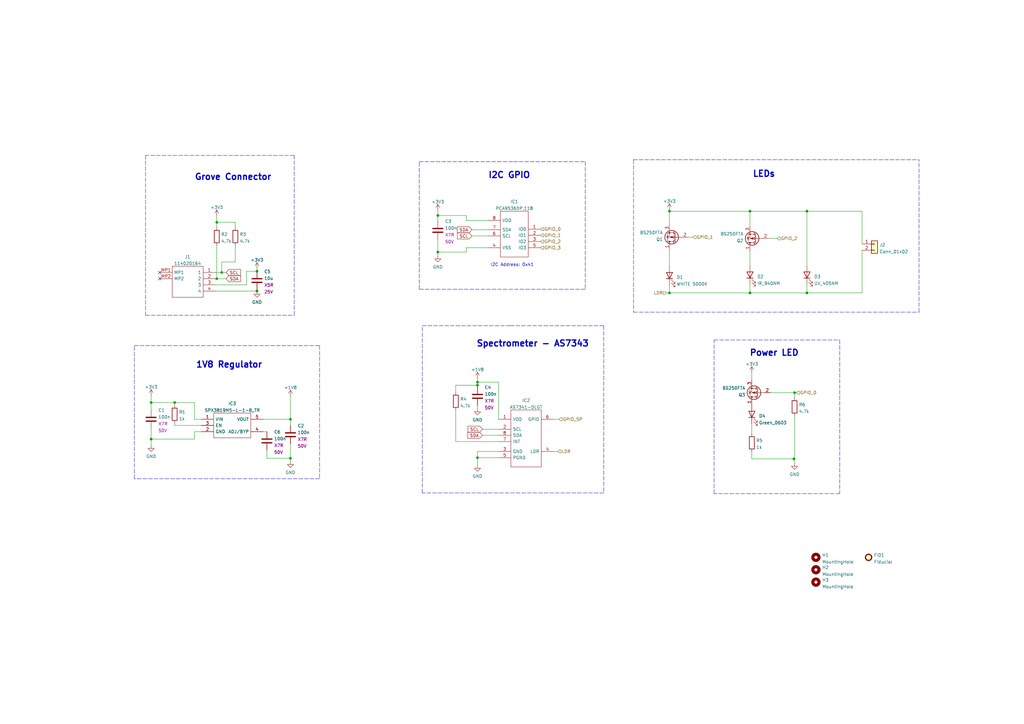
<source format=kicad_sch>
(kicad_sch (version 20211123) (generator eeschema)
  (paper "A3")
  (title_block (title "Grove Spectrometer") (date "2022-11-23") (rev "A"))
  (lib_symbols
    (symbol "Capacitor_JLC:100n" (pin_numbers hide) (pin_names (offset 0.254))
      (property "Reference" "C" (at 3.175 3.175 0))
      (property "Value" "100n" (at 3.175 1.27 0))
      (property "Type" "X7R" (at 5.08 -3.175 0))
      (property "Voltage" "50V" (at 5.08 -1.27 0))
      (symbol "100n_0_1"
        (polyline (pts (xy -2.032 -0.762) (xy 2.032 -0.762)) (stroke (width 0.508)))
        (polyline (pts (xy -2.032 0.762) (xy 2.032 0.762)) (stroke (width 0.508)))
      )
      (symbol "100n_1_1"
        (pin passive line (at 0 3.81 270) (length 2.794) (name "~") (number "1"))
        (pin passive line (at 0 -3.81 90) (length 2.794) (name "~") (number "2"))
      )
    )
    (symbol "Capacitor_JLC:10u" (pin_numbers hide) (pin_names (offset 0.254))
      (property "Reference" "C" (at 0.635 2.54 0))
      (property "Value" "10u" (at 0.635 -2.54 0))
      (property "Type" "X5R" (at 5.08 2.54 0))
      (property "Voltage" "25V" (at 5.08 0 0))
      (symbol "10u_0_1"
        (polyline (pts (xy -2.032 -0.762) (xy 2.032 -0.762)) (stroke (width 0.508)))
        (polyline (pts (xy -2.032 0.762) (xy 2.032 0.762)) (stroke (width 0.508)))
      )
      (symbol "10u_1_1"
        (pin passive line (at 0 3.81 270) (length 2.794) (name "~") (number "1"))
        (pin passive line (at 0 -3.81 90) (length 2.794) (name "~") (number "2"))
      )
    )
    (symbol "Connector_Generic:Conn_01x02" (pin_names (offset 1.016) hide)
      (property "Reference" "J" (at 0 2.54 0))
      (property "Value" "Conn_01x02" (at 0 -5.08 0))
      (symbol "Conn_01x02_1_1"
        (rectangle (start -1.27 -2.413) (end 0 -2.667) (stroke (width 0.1524)))
        (rectangle (start -1.27 0.127) (end 0 -0.127) (stroke (width 0.1524)))
        (rectangle (start -1.27 1.27) (end 1.27 -3.81) (stroke (width 0.254)) (fill (type background)))
        (pin passive line (at -5.08 0 0) (length 3.81) (name "Pin_1") (number "1"))
        (pin passive line (at -5.08 -2.54 0) (length 3.81) (name "Pin_2") (number "2"))
      )
    )
    (symbol "Connector_JLC:114020164" (pin_names (offset 0.762))
      (property "Reference" "J" (at 19.05 7.62 0))
      (property "Value" "114020164" (at 19.05 5.08 0))
      (symbol "114020164_0_0"
        (pin passive line (at 22.86 0 180) (length 5.08) (name "1") (number "1"))
        (pin passive line (at 22.86 -2.54 180) (length 5.08) (name "2") (number "2"))
        (pin passive line (at 22.86 -5.08 180) (length 5.08) (name "3") (number "3"))
        (pin passive line (at 22.86 -7.62 180) (length 5.08) (name "4") (number "4"))
        (pin passive line (at 0 0 0) (length 5.08) (name "MP1") (number "MP1"))
        (pin passive line (at 0 -2.54 0) (length 5.08) (name "MP2") (number "MP2"))
      )
      (symbol "114020164_0_1"
        (polyline (pts (xy 5.08 2.54) (xy 17.78 2.54) (xy 17.78 -10.16) (xy 5.08 -10.16) (xy 5.08 2.54)) (stroke (width 0.1524)))
      )
    )
    (symbol "Digital_JLC:PCA9536DP,118" (pin_names (offset 0.762))
      (property "Reference" "IC" (at 20.828 -7.62 0))
      (property "Value" "PCA9536DP,118" (at 20.828 -10.16 0))
      (symbol "PCA9536DP,118_0_0"
        (pin passive line (at 21.59 -3.556 180) (length 5.08) (name "IO0") (number "1"))
        (pin passive line (at 21.59 -6.096 180) (length 5.08) (name "IO1") (number "2"))
        (pin passive line (at 21.59 -8.636 180) (length 5.08) (name "IO2") (number "3"))
        (pin passive line (at 0 -11.176 0) (length 5.08) (name "VSS") (number "4"))
        (pin passive line (at 21.59 -11.176 180) (length 5.08) (name "IO3") (number "5"))
        (pin passive line (at 0 -6.35 0) (length 5.08) (name "SCL") (number "6"))
        (pin passive line (at 0 -3.81 0) (length 5.08) (name "SDA") (number "7"))
        (pin passive line (at 0 0 0) (length 5.08) (name "VDD") (number "8"))
      )
      (symbol "PCA9536DP,118_0_1"
        (rectangle (start 5.08 3.81) (end 16.51 -14.986) (stroke (width 0.1524)))
      )
    )
    (symbol "Diode_JLC:Green_0603" (pin_numbers hide) (pin_names (offset 1.016) hide)
      (property "Reference" "D" (at 0 5.08 0))
      (property "Value" "Green_0603" (at 0 3.175 0))
      (symbol "Green_0603_0_1"
        (polyline (pts (xy -1.27 -1.27) (xy -1.27 1.27)) (stroke (width 0.254)))
        (polyline (pts (xy -1.27 0) (xy 1.27 0)))
        (polyline (pts (xy 1.27 -1.27) (xy 1.27 1.27) (xy -1.27 0) (xy 1.27 -1.27)) (stroke (width 0.254)))
        (polyline (pts (xy -3.048 -0.762) (xy -4.572 -2.286) (xy -3.81 -2.286) (xy -4.572 -2.286) (xy -4.572 -1.524)))
        (polyline (pts (xy -1.778 -0.762) (xy -3.302 -2.286) (xy -2.54 -2.286) (xy -3.302 -2.286) (xy -3.302 -1.524)))
      )
      (symbol "Green_0603_1_1"
        (pin passive line (at -3.81 0 0) (length 2.54) (name "K") (number "1"))
        (pin passive line (at 3.81 0 180) (length 2.54) (name "A") (number "2"))
      )
    )
    (symbol "Mechanical:Fiducial"
      (property "Reference" "FID" (at 0 5.08 0))
      (property "Value" "Fiducial" (at 0 3.175 0))
      (symbol "Fiducial_0_1"
        (circle (center 0 0) (radius 1.27) (stroke (width 0.508)) (fill (type background)))
      )
    )
    (symbol "Mechanical:MountingHole" (pin_names (offset 1.016))
      (property "Reference" "H" (at 0 5.08 0))
      (property "Value" "MountingHole" (at 0 3.175 0))
      (symbol "MountingHole_0_1"
        (circle (center 0 0) (radius 1.27) (stroke (width 1.27)))
      )
    )
    (symbol "Power-Drivers_JLC:SPX3819M5-L-1-8_TR" (pin_names (offset 0.762))
      (property "Reference" "IC" (at 10.668 6.35 0))
      (property "Value" "SPX3819M5-L-1-8_TR" (at 10.668 3.81 0))
      (symbol "SPX3819M5-L-1-8_TR_0_0"
        (pin power_in line (at 5.334 0 0) (length 5.08) (name "VIN") (number "1"))
        (pin power_in line (at 5.334 -5.08 0) (length 5.08) (name "GND") (number "2"))
        (pin input line (at 5.334 -2.54 0) (length 5.08) (name "EN") (number "3"))
        (pin input line (at 30.734 -5.08 180) (length 5.08) (name "ADJ/BYP") (number "4"))
        (pin output line (at 30.734 0 180) (length 5.08) (name "VOUT") (number "5"))
      )
      (symbol "SPX3819M5-L-1-8_TR_0_1"
        (polyline (pts (xy 10.414 2.54) (xy 25.654 2.54) (xy 25.654 -7.62) (xy 10.414 -7.62) (xy 10.414 2.54)) (stroke (width 0.1524)))
      )
    )
    (symbol "Resistor_JLC:1k" (pin_numbers hide) (pin_names (offset 0))
      (property "Reference" "R" (at 2.032 0 90))
      (property "Value" "1k" (at 0 0 90))
      (symbol "1k_0_1"
        (rectangle (start -1.016 -2.54) (end 1.016 2.54) (stroke (width 0.254)))
      )
      (symbol "1k_1_1"
        (pin passive line (at 0 3.81 270) (length 1.27) (name "~") (number "1"))
        (pin passive line (at 0 -3.81 90) (length 1.27) (name "~") (number "2"))
      )
    )
    (symbol "Resistor_JLC:4.7k" (pin_numbers hide) (pin_names (offset 0))
      (property "Reference" "R" (at 2.032 0 90))
      (property "Value" "4.7k" (at 0 0 90))
      (symbol "4.7k_0_1"
        (rectangle (start -1.016 -2.54) (end 1.016 2.54) (stroke (width 0.254)))
      )
      (symbol "4.7k_1_1"
        (pin passive line (at 0 3.81 270) (length 1.27) (name "~") (number "1"))
        (pin passive line (at 0 -3.81 90) (length 1.27) (name "~") (number "2"))
      )
    )
    (symbol "Sensors_JLC:AS7341-DLGT" (pin_names (offset 0.762))
      (property "Reference" "IC" (at 24.13 7.62 0))
      (property "Value" "AS7341-DLGT" (at 24.13 5.08 0))
      (symbol "AS7341-DLGT_0_0"
        (pin passive line (at 0 0 0) (length 5.08) (name "VDD") (number "1"))
        (pin passive line (at 0 -4.064 0) (length 5.08) (name "SCL") (number "2"))
        (pin passive line (at 0 -13.208 0) (length 5.08) (name "GND") (number "3"))
        (pin passive line (at 22.606 -13.208 180) (length 5.08) (name "LDR") (number "4"))
        (pin passive line (at 0 -15.748 0) (length 5.08) (name "PGND") (number "5"))
        (pin passive line (at 22.606 0 180) (length 5.08) (name "GPIO") (number "6"))
        (pin passive line (at 0 -9.144 0) (length 5.08) (name "INT") (number "7"))
        (pin passive line (at 0 -6.604 0) (length 5.08) (name "SDA") (number "8"))
      )
      (symbol "AS7341-DLGT_0_1"
        (rectangle (start 5.08 3.81) (end 17.526 -19.558) (stroke (width 0.1524)))
      )
    )
    (symbol "Transistor_JLC:BS250FTA" (pin_names (offset 0) hide)
      (property "Reference" "Q" (at 5.08 1.27 0))
      (property "Value" "BS250FTA" (at 5.08 -1.27 0))
      (symbol "BS250FTA_0_1"
        (polyline (pts (xy 0.254 0) (xy -2.54 0)))
        (polyline (pts (xy 0.254 1.905) (xy 0.254 -1.905)) (stroke (width 0.254)))
        (polyline (pts (xy 0.762 -1.27) (xy 0.762 -2.286)) (stroke (width 0.254)))
        (polyline (pts (xy 0.762 0.508) (xy 0.762 -0.508)) (stroke (width 0.254)))
        (polyline (pts (xy 0.762 2.286) (xy 0.762 1.27)) (stroke (width 0.254)))
        (polyline (pts (xy 2.54 2.54) (xy 2.54 1.778)))
        (polyline (pts (xy 2.54 -2.54) (xy 2.54 0) (xy 0.762 0)))
        (polyline (pts (xy 0.762 1.778) (xy 3.302 1.778) (xy 3.302 -1.778) (xy 0.762 -1.778)))
        (polyline (pts (xy 2.286 0) (xy 1.27 0.381) (xy 1.27 -0.381) (xy 2.286 0)) (fill (type outline)))
        (polyline (pts (xy 2.794 -0.508) (xy 2.921 -0.381) (xy 3.683 -0.381) (xy 3.81 -0.254)))
        (polyline (pts (xy 3.302 -0.381) (xy 2.921 0.254) (xy 3.683 0.254) (xy 3.302 -0.381)))
        (circle (center 1.651 0) (radius 2.794) (stroke (width 0.254)))
        (circle (center 2.54 -1.778) (radius 0.254) (fill (type outline)))
        (circle (center 2.54 1.778) (radius 0.254) (fill (type outline)))
      )
      (symbol "BS250FTA_1_1"
        (pin passive line (at 2.54 5.08 270) (length 2.54) (name "D") (number "1"))
        (pin input line (at -5.08 0 0) (length 2.54) (name "G") (number "2"))
        (pin passive line (at 2.54 -5.08 90) (length 2.54) (name "S") (number "3"))
      )
    )
    (symbol "personal:EMITTER_IR_940NM_100MA_2-PLCC" (pin_numbers hide) (pin_names (offset 1.016) hide)
      (property "Reference" "D" (at 0 2.54 0))
      (property "Value" "EMITTER_IR_940NM_100MA_2-PLCC" (at 0 -3.81 0))
      (symbol "EMITTER_IR_940NM_100MA_2-PLCC_0_1"
        (polyline (pts (xy -1.27 -1.27) (xy -1.27 1.27)) (stroke (width 0.254)))
        (polyline (pts (xy -1.27 0) (xy 1.27 0)))
        (polyline (pts (xy 1.27 -1.27) (xy 1.27 1.27) (xy -1.27 0) (xy 1.27 -1.27)) (stroke (width 0.254)))
        (polyline (pts (xy -3.048 -0.762) (xy -4.572 -2.286) (xy -3.81 -2.286) (xy -4.572 -2.286) (xy -4.572 -1.524)))
        (polyline (pts (xy -1.778 -0.762) (xy -3.302 -2.286) (xy -2.54 -2.286) (xy -3.302 -2.286) (xy -3.302 -1.524)))
      )
      (symbol "EMITTER_IR_940NM_100MA_2-PLCC_1_1"
        (pin passive line (at -3.81 0 0) (length 2.54) (name "K") (number "1"))
        (pin passive line (at 3.81 0 180) (length 2.54) (name "A") (number "2"))
      )
    )
    (symbol "personal:EMITTER_UV_405NM_30MA_PLCC" (pin_numbers hide) (pin_names (offset 1.016) hide)
      (property "Reference" "D" (at 0 2.54 0))
      (property "Value" "EMITTER_UV_405NM_30MA_PLCC" (at 0 -3.81 0))
      (symbol "EMITTER_UV_405NM_30MA_PLCC_0_1"
        (polyline (pts (xy -1.27 -1.27) (xy -1.27 1.27)) (stroke (width 0.254)))
        (polyline (pts (xy -1.27 0) (xy 1.27 0)))
        (polyline (pts (xy 1.27 -1.27) (xy 1.27 1.27) (xy -1.27 0) (xy 1.27 -1.27)) (stroke (width 0.254)))
        (polyline (pts (xy -3.048 -0.762) (xy -4.572 -2.286) (xy -3.81 -2.286) (xy -4.572 -2.286) (xy -4.572 -1.524)))
        (polyline (pts (xy -1.778 -0.762) (xy -3.302 -2.286) (xy -2.54 -2.286) (xy -3.302 -2.286) (xy -3.302 -1.524)))
      )
      (symbol "EMITTER_UV_405NM_30MA_PLCC_1_1"
        (pin passive line (at -3.81 0 0) (length 2.54) (name "K") (number "1"))
        (pin passive line (at 3.81 0 180) (length 2.54) (name "A") (number "2"))
      )
    )
    (symbol "personal:LED LUXEON COOL WHITE 5000K 2SMD" (pin_numbers hide) (pin_names (offset 1.016) hide)
      (property "Reference" "D" (at 0 2.54 0))
      (property "Value" "LED LUXEON COOL WHITE 5000K 2SMD" (at 0 -3.81 0))
      (symbol "LED LUXEON COOL WHITE 5000K 2SMD_0_1"
        (polyline (pts (xy -1.27 -1.27) (xy -1.27 1.27)) (stroke (width 0.254)))
        (polyline (pts (xy -1.27 0) (xy 1.27 0)))
        (polyline (pts (xy 1.27 -1.27) (xy 1.27 1.27) (xy -1.27 0) (xy 1.27 -1.27)) (stroke (width 0.254)))
        (polyline (pts (xy -3.048 -0.762) (xy -4.572 -2.286) (xy -3.81 -2.286) (xy -4.572 -2.286) (xy -4.572 -1.524)))
        (polyline (pts (xy -1.778 -0.762) (xy -3.302 -2.286) (xy -2.54 -2.286) (xy -3.302 -2.286) (xy -3.302 -1.524)))
      )
      (symbol "LED LUXEON COOL WHITE 5000K 2SMD_1_1"
        (pin passive line (at -3.81 0 0) (length 2.54) (name "K") (number "1"))
        (pin passive line (at 3.81 0 180) (length 2.54) (name "A") (number "2"))
      )
    )
    (symbol "power:+1V8" (power) (pin_names (offset 0))
      (property "Value" "+1V8" (at 0 3.556 0))
      (symbol "+1V8_0_1"
        (polyline (pts (xy -0.762 1.27) (xy 0 2.54)))
        (polyline (pts (xy 0 0) (xy 0 2.54)))
        (polyline (pts (xy 0 2.54) (xy 0.762 1.27)))
      )
      (symbol "+1V8_1_1"
        (pin power_in line (at 0 0 90) (length 0) hide (name "+1V8") (number "1"))
      )
    )
    (symbol "power:+3V3" (power) (pin_names (offset 0))
      (property "Value" "+3V3" (at 0 3.556 0))
      (symbol "+3V3_0_1"
        (polyline (pts (xy -0.762 1.27) (xy 0 2.54)))
        (polyline (pts (xy 0 0) (xy 0 2.54)))
        (polyline (pts (xy 0 2.54) (xy 0.762 1.27)))
      )
      (symbol "+3V3_1_1"
        (pin power_in line (at 0 0 90) (length 0) hide (name "+3V3") (number "1"))
      )
    )
    (symbol "power:GND" (power) (pin_names (offset 0))
      (property "Value" "GND" (at 0 -3.81 0))
      (symbol "GND_0_1"
        (polyline (pts (xy 0 0) (xy 0 -1.27) (xy 1.27 -1.27) (xy 0 -2.54) (xy -1.27 -1.27) (xy 0 -1.27)))
      )
      (symbol "GND_1_1"
        (pin power_in line (at 0 0 270) (length 0) hide (name "GND") (number "1"))
      )
    )
  )
  (junction (at 330.962 120.142))
  (junction (at 307.594 86.614))
  (junction (at 330.962 86.614))
  (junction (at 105.41 119.38))
  (junction (at 195.834 157.988))
  (junction (at 179.578 103.378))
  (junction (at 90.932 111.76))
  (junction (at 61.976 165.1))
  (junction (at 179.578 88.392))
  (junction (at 61.976 180.086))
  (junction (at 195.834 156.718))
  (junction (at 274.574 86.614))
  (junction (at 307.594 120.142))
  (junction (at 325.882 161.036))
  (junction (at 105.41 111.252))
  (junction (at 119.126 171.958))
  (junction (at 71.628 165.1))
  (junction (at 88.9 114.3))
  (junction (at 325.628 188.214))
  (junction (at 88.9 91.186))
  (junction (at 195.834 187.706))
  (junction (at 119.126 187.96))
  (junction (at 274.574 120.142))
  (no_connect (at 65.532 114.3))
  (no_connect (at 65.532 111.76))
  (polyline (pts (xy 210.566 66.294) (xy 240.03 66.294)))
  (polyline (pts (xy 88.392 129.286) (xy 120.65 129.286)))
  (wire (pts (xy 179.578 103.378) (xy 179.578 98.298)))
  (wire (pts (xy 61.976 165.1) (xy 61.976 168.148)))
  (wire (pts (xy 274.574 86.614) (xy 307.594 86.614)))
  (wire (pts (xy 204.47 187.706) (xy 195.834 187.706)))
  (polyline (pts (xy 259.842 65.532) (xy 259.842 128.016)))
  (polyline (pts (xy 131.064 141.732) (xy 131.064 196.342)))
  (wire (pts (xy 186.944 168.402) (xy 186.944 181.102)))
  (wire (pts (xy 282.194 97.282) (xy 284.226 97.282)))
  (wire (pts (xy 179.578 88.392) (xy 179.578 90.678)))
  (wire (pts (xy 109.474 187.96) (xy 119.126 187.96)))
  (polyline (pts (xy 292.862 202.438) (xy 292.862 139.446)))
  (wire (pts (xy 96.52 107.442) (xy 90.932 107.442)))
  (wire (pts (xy 193.548 96.774) (xy 200.152 96.774)))
  (wire (pts (xy 119.126 182.118) (xy 119.126 187.96)))
  (wire (pts (xy 325.882 187.96) (xy 325.628 187.96)))
  (wire (pts (xy 71.628 174.498) (xy 71.628 173.736)))
  (wire (pts (xy 307.594 120.142) (xy 330.962 120.142)))
  (wire (pts (xy 71.628 165.1) (xy 71.628 166.116)))
  (wire (pts (xy 195.834 166.37) (xy 195.834 167.64)))
  (wire (pts (xy 61.976 162.306) (xy 61.976 165.1)))
  (polyline (pts (xy 376.936 128.016) (xy 376.936 65.532)))
  (wire (pts (xy 119.126 187.96) (xy 119.126 189.23)))
  (wire (pts (xy 307.594 86.614) (xy 330.962 86.614)))
  (polyline (pts (xy 344.424 139.446) (xy 344.424 202.438)))
  (wire (pts (xy 325.882 161.036) (xy 325.882 163.068)))
  (polyline (pts (xy 120.65 63.754) (xy 59.69 63.754)))
  (polyline (pts (xy 59.69 63.754) (xy 59.69 129.286)))
  (wire (pts (xy 90.932 111.76) (xy 92.71 111.76)))
  (wire (pts (xy 325.882 188.214) (xy 325.882 189.992)))
  (wire (pts (xy 325.882 161.036) (xy 326.644 161.036)))
  (wire (pts (xy 227.076 171.958) (xy 229.362 171.958)))
  (polyline (pts (xy 247.65 133.604) (xy 247.65 202.184)))
  (wire (pts (xy 101.092 111.252) (xy 105.41 111.252)))
  (wire (pts (xy 119.126 162.56) (xy 119.126 171.958)))
  (wire (pts (xy 179.578 86.36) (xy 179.578 88.392)))
  (polyline (pts (xy 319.024 139.446) (xy 344.424 139.446)))
  (wire (pts (xy 88.9 114.3) (xy 92.71 114.3)))
  (wire (pts (xy 61.976 165.1) (xy 71.628 165.1)))
  (wire (pts (xy 315.976 161.036) (xy 325.882 161.036)))
  (wire (pts (xy 353.568 100.076) (xy 353.568 86.614)))
  (wire (pts (xy 88.9 88.646) (xy 88.9 91.186)))
  (wire (pts (xy 82.55 177.038) (xy 79.756 177.038)))
  (polyline (pts (xy 55.118 141.732) (xy 90.678 141.732)))
  (wire (pts (xy 71.628 165.1) (xy 79.756 165.1)))
  (wire (pts (xy 88.9 91.186) (xy 96.52 91.186)))
  (wire (pts (xy 186.944 157.988) (xy 195.834 157.988)))
  (wire (pts (xy 195.834 155.194) (xy 195.834 156.718)))
  (wire (pts (xy 88.9 91.186) (xy 88.9 93.218)))
  (wire (pts (xy 88.392 116.84) (xy 101.092 116.84)))
  (polyline (pts (xy 209.296 133.604) (xy 247.65 133.604)))
  (wire (pts (xy 204.47 181.102) (xy 186.944 181.102)))
  (wire (pts (xy 88.9 100.838) (xy 88.9 114.3)))
  (wire (pts (xy 330.962 120.142) (xy 353.568 120.142)))
  (wire (pts (xy 308.356 185.42) (xy 308.356 188.214)))
  (polyline (pts (xy 173.228 202.184) (xy 173.228 133.604)))
  (wire (pts (xy 191.262 90.424) (xy 191.262 88.392)))
  (wire (pts (xy 353.568 102.616) (xy 353.568 120.142)))
  (wire (pts (xy 330.962 108.966) (xy 330.962 86.614)))
  (wire (pts (xy 96.52 100.838) (xy 96.52 107.442)))
  (wire (pts (xy 179.578 103.378) (xy 179.578 104.902)))
  (wire (pts (xy 195.834 156.718) (xy 195.834 157.988)))
  (polyline (pts (xy 131.064 196.342) (xy 55.118 196.342)))
  (wire (pts (xy 101.092 116.84) (xy 101.092 111.252)))
  (wire (pts (xy 96.52 91.186) (xy 96.52 93.218)))
  (wire (pts (xy 109.474 184.658) (xy 109.474 187.96)))
  (wire (pts (xy 61.976 180.086) (xy 61.976 182.626)))
  (wire (pts (xy 82.55 174.498) (xy 71.628 174.498)))
  (polyline (pts (xy 259.842 65.532) (xy 376.936 65.532)))
  (wire (pts (xy 200.152 101.6) (xy 191.262 101.6)))
  (wire (pts (xy 107.95 171.958) (xy 119.126 171.958)))
  (wire (pts (xy 79.756 177.038) (xy 79.756 180.086)))
  (wire (pts (xy 191.262 101.6) (xy 191.262 103.378)))
  (wire (pts (xy 325.628 187.96) (xy 325.628 188.214)))
  (wire (pts (xy 88.392 119.38) (xy 105.41 119.38)))
  (wire (pts (xy 197.866 178.562) (xy 204.47 178.562)))
  (wire (pts (xy 191.262 103.378) (xy 179.578 103.378)))
  (wire (pts (xy 274.574 116.84) (xy 274.574 120.142)))
  (wire (pts (xy 200.152 90.424) (xy 191.262 90.424)))
  (wire (pts (xy 119.126 174.498) (xy 119.126 171.958)))
  (polyline (pts (xy 90.424 141.732) (xy 131.064 141.732)))
  (polyline (pts (xy 292.862 139.446) (xy 319.024 139.446)))
  (wire (pts (xy 330.962 116.586) (xy 330.962 120.142)))
  (wire (pts (xy 227.076 185.166) (xy 228.854 185.166)))
  (wire (pts (xy 105.41 118.872) (xy 105.41 119.38)))
  (wire (pts (xy 195.834 185.166) (xy 195.834 187.706)))
  (wire (pts (xy 195.834 157.988) (xy 195.834 158.75)))
  (wire (pts (xy 307.594 102.87) (xy 307.594 108.966)))
  (polyline (pts (xy 55.118 196.342) (xy 55.118 141.732)))
  (wire (pts (xy 79.756 171.958) (xy 79.756 165.1)))
  (wire (pts (xy 191.262 88.392) (xy 179.578 88.392)))
  (wire (pts (xy 308.356 188.214) (xy 325.628 188.214)))
  (polyline (pts (xy 173.228 133.604) (xy 209.55 133.604)))
  (wire (pts (xy 308.356 152.908) (xy 308.356 155.956)))
  (wire (pts (xy 307.594 116.586) (xy 307.594 120.142)))
  (polyline (pts (xy 344.424 202.438) (xy 292.862 202.438)))
  (wire (pts (xy 204.47 185.166) (xy 195.834 185.166)))
  (wire (pts (xy 186.944 160.782) (xy 186.944 157.988)))
  (wire (pts (xy 61.976 180.086) (xy 79.756 180.086)))
  (wire (pts (xy 274.574 102.362) (xy 274.574 109.22)))
  (wire (pts (xy 193.548 94.234) (xy 200.152 94.234)))
  (wire (pts (xy 274.574 86.614) (xy 274.574 92.202)))
  (polyline (pts (xy 247.65 202.184) (xy 173.228 202.184)))
  (polyline (pts (xy 240.03 66.294) (xy 240.03 118.618)))
  (wire (pts (xy 325.882 170.688) (xy 325.882 187.96)))
  (wire (pts (xy 82.55 171.958) (xy 79.756 171.958)))
  (wire (pts (xy 90.932 107.442) (xy 90.932 111.76)))
  (wire (pts (xy 204.47 156.718) (xy 204.47 171.958)))
  (wire (pts (xy 330.962 86.614) (xy 353.568 86.614)))
  (wire (pts (xy 307.594 86.614) (xy 307.594 92.71)))
  (wire (pts (xy 61.976 175.768) (xy 61.976 180.086)))
  (wire (pts (xy 274.574 86.106) (xy 274.574 86.614)))
  (wire (pts (xy 273.304 120.142) (xy 274.574 120.142)))
  (polyline (pts (xy 59.69 129.286) (xy 88.392 129.286)))
  (polyline (pts (xy 259.842 128.016) (xy 376.936 128.016)))
  (polyline (pts (xy 120.65 129.286) (xy 120.65 63.754)))
  (wire (pts (xy 107.95 177.038) (xy 109.474 177.038)))
  (wire (pts (xy 195.834 156.718) (xy 204.47 156.718)))
  (wire (pts (xy 315.214 97.79) (xy 318.77 97.79)))
  (wire (pts (xy 197.866 176.022) (xy 204.47 176.022)))
  (wire (pts (xy 88.392 114.3) (xy 88.9 114.3)))
  (polyline (pts (xy 171.958 118.618) (xy 171.958 66.294)))
  (wire (pts (xy 274.574 120.142) (xy 307.594 120.142)))
  (polyline (pts (xy 240.03 118.618) (xy 171.958 118.618)))
  (wire (pts (xy 195.834 187.706) (xy 195.834 190.754)))
  (polyline (pts (xy 171.958 66.294) (xy 210.82 66.294)))
  (wire (pts (xy 308.356 173.736) (xy 308.356 177.8)))
  (wire (pts (xy 325.628 188.214) (xy 325.882 188.214)))
  (wire (pts (xy 105.41 110.236) (xy 105.41 111.252)))
  (wire (pts (xy 88.392 111.76) (xy 90.932 111.76)))
  (text "1V8 Regulator" (at 80.264 151.13 0) (effects (font (size 2.5 2.5) (thickness 0.5) bold) (justify left bottom)))
  (text "I2C GPIO" (at 200.152 73.406 0) (effects (font (size 2.5 2.5) (thickness 0.5) bold) (justify left bottom)))
  (text "Spectrometer - AS7343" (at 195.326 142.494 0) (effects (font (size 2.5 2.5) (thickness 0.5) bold) (justify left bottom)))
  (text "I2C Address: 0x41" (at 201.168 109.474 0) (effects (font (size 1.27 1.27)) (justify left bottom)))
  (text "Power LED" (at 307.34 146.304 0) (effects (font (size 2.5 2.5) (thickness 0.5) bold) (justify left bottom)))
  (text "Grove Connector" (at 79.756 74.168 0) (effects (font (size 2.5 2.5) (thickness 0.5) bold) (justify left bottom)))
  (text "LEDs" (at 308.61 72.898 0) (effects (font (size 2.5 2.5) (thickness 0.5) bold) (justify left bottom)))
  (global_label "SDA" (shape input) (at 92.71 114.3 0) (property "Intersheet References" "${INTERSHEET_REFS}" (effects hide)))
  (global_label "SCL" (shape input) (at 193.548 96.774 180) (property "Intersheet References" "${INTERSHEET_REFS}" (effects hide)))
  (global_label "SCL" (shape input) (at 197.866 176.022 180) (property "Intersheet References" "${INTERSHEET_REFS}" (effects hide)))
  (global_label "SCL" (shape input) (at 92.71 111.76 0) (property "Intersheet References" "${INTERSHEET_REFS}" (effects hide)))
  (global_label "SDA" (shape input) (at 197.866 178.562 180) (property "Intersheet References" "${INTERSHEET_REFS}" (effects hide)))
  (global_label "SDA" (shape input) (at 193.548 94.234 180) (property "Intersheet References" "${INTERSHEET_REFS}" (effects hide)))
  (hierarchical_label "GPIO_2" (shape input) (at 221.742 99.06 0))
  (hierarchical_label "GPIO_2" (shape input) (at 318.77 97.79 0))
  (hierarchical_label "GPIO_SP" (shape input) (at 229.362 171.958 0))
  (hierarchical_label "GPIO_3" (shape input) (at 221.742 101.6 0))
  (hierarchical_label "GPIO_0" (shape input) (at 221.742 93.98 0))
  (hierarchical_label "LDR" (shape input) (at 273.304 120.142 180))
  (hierarchical_label "LDR" (shape input) (at 228.854 185.166 0))
  (hierarchical_label "GPIO_0" (shape input) (at 326.644 161.036 0))
  (hierarchical_label "GPIO_1" (shape input) (at 221.742 96.52 0))
  (hierarchical_label "GPIO_1" (shape input) (at 284.226 97.282 0))
  (symbol (lib_id "Power-Drivers_JLC:SPX3819M5-L-1-8_TR") (at 77.216 171.958 0) (unit 1)
    (property "Reference" "IC3" (at 95.25 165.5023 0))
    (property "Value" "SPX3819M5-L-1-8_TR" (at 95.25 168.2774 0))
    (property "Footprint" "SOT95P280X145-5N" (effects hide))
    (property "Datasheet" "https://ms.componentsearchengine.com/Datasheets/2/SPX3819M5-L-1-8_TR.pdf" (effects hide))
    (property "Description" "MAX LINEAR - SPX3819M5-L-1-8/TR - Fixed LDO Voltage Regulator, 2.5V to 16V, 340mV drop, 1.8V/500mA out, SOT-23-5" (effects hide))
    (property "Height" "1.45" (effects hide))
    (property "Manufacturer_Name" "MaxLinear, Inc." (effects hide))
    (property "Manufacturer_Part_Number" "SPX3819M5-L-1-8/TR" (effects hide))
    (property "Mouser Part Number" "701-SPX3819M5-L-18TR" (effects hide))
    (property "Mouser Price/Stock" "https://www.mouser.co.uk/ProductDetail/MaxLinear/SPX3819M5-L-1-8-TR?qs=S%2FCBhQS5rCpfutlZ3lVq4g%3D%3D" (effects hide))
    (property "Arrow Part Number" "SPX3819M5-L-1-8/TR" (effects hide))
    (property "Arrow Price/Stock" "https://www.arrow.com/en/products/spx3819m5-l-1-8tr/maxlinear-inc?region=nac" (effects hide))
    (property "LCSC" "C24639" (effects hide))
  )
  (symbol (lib_id "Capacitor_JLC:100n") (at 119.126 178.308 0) (unit 1)
    (property "Reference" "C2" (at 122.047 174.6244 0) (effects (justify left)))
    (property "Value" "100n" (at 122.047 177.3995 0) (effects (justify left)))
    (property "Footprint" "Capacitor_SMD:C_0402_1005Metric" (effects hide))
    (property "Type" "X7R" (at 122.047 180.1746 0) (effects (justify left)))
    (property "LCSC" "C307331" (effects hide))
    (property "Voltage" "50V" (at 122.047 182.9497 0) (effects (justify left)))
  )
  (symbol (lib_id "power:GND") (at 179.578 104.902 0) (unit 1)
    (property "Reference" "#PWR0102" (effects hide))
    (property "Value" "GND" (at 179.578 109.4645 0))
  )
  (symbol (lib_id "power:+3V3") (at 308.356 152.908 0) (unit 1)
    (property "Reference" "#PWR0115" (effects hide))
    (property "Value" "+3V3" (at 308.356 149.3035 0))
  )
  (symbol (lib_id "Connector_JLC:114020164") (at 65.532 111.76 0) (unit 1)
    (property "Reference" "J1" (at 76.962 105.3043 0))
    (property "Value" "114020164" (at 76.962 108.0794 0))
    (property "Footprint" "114020164" (effects hide))
    (property "Datasheet" "https://files.seeedstudio.com/products/114020164/res/Grove%20Female%20Header%20-%20SMD-4P-2.0mm-90D%20Datasheet.pdf" (effects hide))
    (property "Description" "Seeed Studio Accessories Grove Female Header - SMD-4P-2.0mm-90D-20Pcs" (effects hide))
    (property "Height" "5.45" (effects hide))
    (property "Manufacturer_Name" "Seeed Studio" (effects hide))
    (property "Manufacturer_Part_Number" "320110032" (effects hide))
    (property "Mouser Part Number" "713-114020164" (effects hide))
    (property "Mouser Price/Stock" "https://www.mouser.co.uk/ProductDetail/Seeed-Studio/114020164?qs=7MVldsJ5Uayw%2FOfizq4F8w%3D%3D" (effects hide))
    (property "LCSC" "C604849" (effects hide))
  )
  (symbol (lib_id "personal:LED LUXEON COOL WHITE 5000K 2SMD") (at 274.574 113.03 90) (unit 1)
    (property "Reference" "D1" (at 277.495 113.709 90) (effects (justify right)))
    (property "Value" "WHITE 5000K" (at 277.495 116.4841 90) (effects (justify right)))
    (property "Footprint" "LED_SMD:LED_1206_3216Metric" (effects hide))
    (property "Manufacturer_Part_Number" "L130-5090001400001" (effects hide))
  )
  (symbol (lib_id "Mechanical:MountingHole") (at 334.645 238.76 0) (unit 1)
    (property "Reference" "H3" (at 337.185 237.8515 0) (effects (justify left)))
    (property "Value" "MountingHole" (at 337.185 240.6266 0) (effects (justify left)))
    (property "Footprint" "MountingHole:MountingHole_2.2mm_M2" (effects hide))
  )
  (symbol (lib_id "Capacitor_JLC:100n") (at 179.578 94.488 0) (unit 1)
    (property "Reference" "C3" (at 182.499 90.8044 0) (effects (justify left)))
    (property "Value" "100n" (at 182.499 93.5795 0) (effects (justify left)))
    (property "Footprint" "Capacitor_SMD:C_0402_1005Metric" (effects hide))
    (property "Type" "X7R" (at 182.499 96.3546 0) (effects (justify left)))
    (property "LCSC" "C307331" (effects hide))
    (property "Voltage" "50V" (at 182.499 99.1297 0) (effects (justify left)))
  )
  (symbol (lib_id "power:+3V3") (at 88.9 88.646 0) (unit 1)
    (property "Reference" "#PWR0112" (effects hide))
    (property "Value" "+3V3" (at 88.9 85.0415 0))
  )
  (symbol (lib_id "power:+3V3") (at 274.574 86.106 0) (unit 1)
    (property "Reference" "#PWR0113" (effects hide))
    (property "Value" "+3V3" (at 274.574 82.5015 0))
  )
  (symbol (lib_id "Transistor_JLC:BS250FTA") (at 310.896 161.036 180) (unit 1)
    (property "Reference" "Q3" (at 305.689 161.9445 0) (effects (justify left)))
    (property "Value" "BS250FTA" (at 305.689 159.1694 0) (effects (justify left)))
    (property "Footprint" "Package_TO_SOT_SMD:SOT-23" (effects hide))
    (property "LCSC" "C98939" (effects hide))
  )
  (symbol (lib_id "Mechanical:MountingHole") (at 334.645 228.6 0) (unit 1)
    (property "Reference" "H1" (at 337.185 227.6915 0) (effects (justify left)))
    (property "Value" "MountingHole" (at 337.185 230.4666 0) (effects (justify left)))
    (property "Footprint" "MountingHole:MountingHole_2.2mm_M2" (effects hide))
  )
  (symbol (lib_id "power:+1V8") (at 119.126 162.56 0) (unit 1)
    (property "Reference" "#PWR0104" (effects hide))
    (property "Value" "+1V8" (at 119.126 158.9555 0))
  )
  (symbol (lib_id "power:GND") (at 119.126 189.23 0) (unit 1)
    (property "Reference" "#PWR0105" (effects hide))
    (property "Value" "GND" (at 119.126 193.7925 0))
  )
  (symbol (lib_id "Resistor_JLC:4.7k") (at 88.9 97.028 0) (unit 1)
    (property "Reference" "R2" (at 90.678 96.1195 0) (effects (justify left)))
    (property "Value" "4.7k" (at 90.678 98.8946 0) (effects (justify left)))
    (property "Footprint" "Resistor_SMD:R_0402_1005Metric" (effects hide))
    (property "LCSC" "C25900" (effects hide))
  )
  (symbol (lib_id "Diode_JLC:Green_0603") (at 308.356 169.926 90) (unit 1)
    (property "Reference" "D4" (at 311.277 170.605 90) (effects (justify right)))
    (property "Value" "Green_0603" (at 311.277 173.3801 90) (effects (justify right)))
    (property "Footprint" "LED_SMD:LED_0603_1608Metric" (effects hide))
    (property "Datasheet" "https://datasheet.lcsc.com/lcsc/1811101510_Everlight-Elec-19-217-GHC-YR1S2-3T_C72043.pdf" (effects hide))
    (property "LCSC" "C72043" (effects hide))
  )
  (symbol (lib_id "power:GND") (at 195.834 167.64 0) (unit 1)
    (property "Reference" "#PWR0109" (effects hide))
    (property "Value" "GND" (at 195.834 172.2025 0))
  )
  (symbol (lib_id "power:GND") (at 61.976 182.626 0) (unit 1)
    (property "Reference" "#PWR0103" (effects hide))
    (property "Value" "GND" (at 61.976 187.1885 0))
  )
  (symbol (lib_id "personal:EMITTER_IR_940NM_100MA_2-PLCC") (at 307.594 112.776 90) (unit 1)
    (property "Reference" "D2" (at 310.515 113.455 90) (effects (justify right)))
    (property "Value" "IR_940NM" (at 310.515 116.2301 90) (effects (justify right)))
    (property "Footprint" "LED_SMD:LED_PLCC-2" (effects hide))
    (property "Manufacturer_Part_Number" "VSML3710-GS18" (effects hide))
  )
  (symbol (lib_id "power:GND") (at 105.41 119.38 0) (unit 1)
    (property "Reference" "#PWR0111" (effects hide))
    (property "Value" "GND" (at 105.41 123.9425 0))
  )
  (symbol (lib_id "Capacitor_JLC:100n") (at 109.474 180.848 0) (unit 1)
    (property "Reference" "C6" (at 112.395 177.1644 0) (effects (justify left)))
    (property "Value" "100n" (at 112.395 179.9395 0) (effects (justify left)))
    (property "Footprint" "Capacitor_SMD:C_0402_1005Metric" (effects hide))
    (property "Type" "X7R" (at 112.395 182.7146 0) (effects (justify left)))
    (property "LCSC" "C307331" (effects hide))
    (property "Voltage" "50V" (at 112.395 185.4897 0) (effects (justify left)))
  )
  (symbol (lib_id "power:+3V3") (at 179.578 86.36 0) (unit 1)
    (property "Reference" "#PWR0101" (effects hide))
    (property "Value" "+3V3" (at 179.578 82.7555 0))
  )
  (symbol (lib_id "personal:EMITTER_UV_405NM_30MA_PLCC") (at 330.962 112.776 90) (unit 1)
    (property "Reference" "D3" (at 333.883 113.455 90) (effects (justify right)))
    (property "Value" "UV_405NM" (at 333.883 116.2301 90) (effects (justify right)))
    (property "Footprint" "LED_SMD:LED_PLCC-2" (effects hide))
    (property "Manufacturer_Part_Number" "VLMU3100-GS08" (effects hide))
  )
  (symbol (lib_id "Capacitor_JLC:10u") (at 105.41 115.062 0) (unit 1)
    (property "Reference" "C5" (at 108.331 111.3784 0) (effects (justify left)))
    (property "Value" "10u" (at 108.331 114.1535 0) (effects (justify left)))
    (property "Footprint" "Capacitor_SMD:C_0805_2012Metric" (effects hide))
    (property "Type" "X5R" (at 108.331 116.9286 0) (effects (justify left)))
    (property "LCSC" "C15850" (effects hide))
    (property "Voltage" "25V" (at 108.331 119.7037 0) (effects (justify left)))
  )
  (symbol (lib_id "Mechanical:Fiducial") (at 356.235 228.6 0) (unit 1)
    (property "Reference" "FID1" (at 358.394 227.6915 0) (effects (justify left)))
    (property "Value" "Fiducial" (at 358.394 230.4666 0) (effects (justify left)))
    (property "Footprint" "personal:Product Stamp" (effects hide))
  )
  (symbol (lib_id "power:+3V3") (at 105.41 110.236 0) (unit 1)
    (property "Reference" "#PWR0110" (effects hide))
    (property "Value" "+3V3" (at 105.41 106.6315 0))
  )
  (symbol (lib_id "power:+3V3") (at 61.976 162.306 0) (unit 1)
    (property "Reference" "#PWR0106" (effects hide))
    (property "Value" "+3V3" (at 61.976 158.7015 0))
  )
  (symbol (lib_id "Transistor_JLC:BS250FTA") (at 277.114 97.282 180) (unit 1)
    (property "Reference" "Q1" (at 271.907 98.1905 0) (effects (justify left)))
    (property "Value" "BS250FTA" (at 271.907 95.4154 0) (effects (justify left)))
    (property "Footprint" "Package_TO_SOT_SMD:SOT-23" (effects hide))
    (property "LCSC" "C98939" (effects hide))
  )
  (symbol (lib_id "power:+1V8") (at 195.834 155.194 0) (unit 1)
    (property "Reference" "#PWR0107" (effects hide))
    (property "Value" "+1V8" (at 195.834 151.5895 0))
  )
  (symbol (lib_id "Connector_Generic:Conn_01x02") (at 358.648 100.076 0) (unit 1)
    (property "Reference" "J2" (at 360.68 100.4375 0) (effects (justify left)))
    (property "Value" "Conn_01x02" (at 360.68 103.2126 0) (effects (justify left)))
    (property "Footprint" "Connector_PinHeader_2.54mm:PinHeader_1x02_P2.54mm_Vertical" (effects hide))
  )
  (symbol (lib_id "power:GND") (at 195.834 190.754 0) (unit 1)
    (property "Reference" "#PWR0108" (effects hide))
    (property "Value" "GND" (at 195.834 195.3165 0))
  )
  (symbol (lib_id "Capacitor_JLC:100n") (at 61.976 171.958 0) (unit 1)
    (property "Reference" "C1" (at 64.897 168.2744 0) (effects (justify left)))
    (property "Value" "100n" (at 64.897 171.0495 0) (effects (justify left)))
    (property "Footprint" "Capacitor_SMD:C_0402_1005Metric" (effects hide))
    (property "Type" "X7R" (at 64.897 173.8246 0) (effects (justify left)))
    (property "LCSC" "C307331" (effects hide))
    (property "Voltage" "50V" (at 64.897 176.5997 0) (effects (justify left)))
  )
  (symbol (lib_id "Resistor_JLC:1k") (at 71.628 169.926 0) (unit 1)
    (property "Reference" "R1" (at 73.406 169.0175 0) (effects (justify left)))
    (property "Value" "1k" (at 73.406 171.7926 0) (effects (justify left)))
    (property "Footprint" "Resistor_SMD:R_0402_1005Metric" (effects hide))
    (property "LCSC" "C11702" (effects hide))
  )
  (symbol (lib_id "Transistor_JLC:BS250FTA") (at 310.134 97.79 180) (unit 1)
    (property "Reference" "Q2" (at 304.927 98.6985 0) (effects (justify left)))
    (property "Value" "BS250FTA" (at 304.927 95.9234 0) (effects (justify left)))
    (property "Footprint" "Package_TO_SOT_SMD:SOT-23" (effects hide))
    (property "LCSC" "C98939" (effects hide))
  )
  (symbol (lib_id "Resistor_JLC:4.7k") (at 325.882 166.878 0) (unit 1)
    (property "Reference" "R6" (at 327.66 165.9695 0) (effects (justify left)))
    (property "Value" "4.7k" (at 327.66 168.7446 0) (effects (justify left)))
    (property "Footprint" "Resistor_SMD:R_0402_1005Metric" (effects hide))
    (property "LCSC" "C25900" (effects hide))
  )
  (symbol (lib_id "Resistor_JLC:4.7k") (at 96.52 97.028 0) (unit 1)
    (property "Reference" "R3" (at 98.298 96.1195 0) (effects (justify left)))
    (property "Value" "4.7k" (at 98.298 98.8946 0) (effects (justify left)))
    (property "Footprint" "Resistor_SMD:R_0402_1005Metric" (effects hide))
    (property "LCSC" "C25900" (effects hide))
  )
  (symbol (lib_id "Resistor_JLC:4.7k") (at 186.944 164.592 0) (unit 1)
    (property "Reference" "R4" (at 188.722 163.6835 0) (effects (justify left)))
    (property "Value" "4.7k" (at 188.722 166.4586 0) (effects (justify left)))
    (property "Footprint" "Resistor_SMD:R_0402_1005Metric" (effects hide))
    (property "LCSC" "C25900" (effects hide))
  )
  (symbol (lib_id "power:GND") (at 325.882 189.992 0) (unit 1)
    (property "Reference" "#PWR0114" (effects hide))
    (property "Value" "GND" (at 325.882 194.5545 0))
  )
  (symbol (lib_id "Capacitor_JLC:100n") (at 195.834 162.56 0) (unit 1)
    (property "Reference" "C4" (at 198.755 158.8764 0) (effects (justify left)))
    (property "Value" "100n" (at 198.755 161.6515 0) (effects (justify left)))
    (property "Footprint" "Capacitor_SMD:C_0402_1005Metric" (effects hide))
    (property "Type" "X7R" (at 198.755 164.4266 0) (effects (justify left)))
    (property "LCSC" "C307331" (effects hide))
    (property "Voltage" "50V" (at 198.755 167.2017 0) (effects (justify left)))
  )
  (symbol (lib_id "Mechanical:MountingHole") (at 334.645 233.68 0) (unit 1)
    (property "Reference" "H2" (at 337.185 232.7715 0) (effects (justify left)))
    (property "Value" "MountingHole" (at 337.185 235.5466 0) (effects (justify left)))
    (property "Footprint" "MountingHole:MountingHole_2.2mm_M2" (effects hide))
  )
  (symbol (lib_id "Digital_JLC:PCA9536DP,118") (at 200.152 90.424 0) (unit 1)
    (property "Reference" "IC1" (at 210.947 82.6983 0))
    (property "Value" "PCA9536DP,118" (at 210.947 85.4734 0))
    (property "Footprint" "SOP65P490X110-8N" (effects hide))
    (property "Datasheet" "http://www.nxp.com/docs/en/data-sheet/PCA9536.pdf" (effects hide))
    (property "Description" "4-bit I2C-bus and SMBus I/O port" (effects hide))
    (property "Height" "1.1" (effects hide))
    (property "Manufacturer_Name" "NXP" (effects hide))
    (property "Manufacturer_Part_Number" "PCA9536DP,118" (effects hide))
    (property "Mouser Part Number" "771-PCA9536DP-T" (effects hide))
    (property "Mouser Price/Stock" "https://www.mouser.co.uk/ProductDetail/NXP-Semiconductors/PCA9536DP118?qs=LOCUfHb8d9ubAwWIgMOyZQ%3D%3D" (effects hide))
    (property "Arrow Part Number" "PCA9536DP,118" (effects hide))
    (property "Arrow Price/Stock" "https://www.arrow.com/en/products/pca9536dp118/nxp-semiconductors?region=nac" (effects hide))
    (property "LCSC" "C129522" (effects hide))
  )
  (symbol (lib_id "Resistor_JLC:1k") (at 308.356 181.61 0) (unit 1)
    (property "Reference" "R5" (at 310.134 180.7015 0) (effects (justify left)))
    (property "Value" "1k" (at 310.134 183.4766 0) (effects (justify left)))
    (property "Footprint" "Resistor_SMD:R_0402_1005Metric" (effects hide))
    (property "LCSC" "C11702" (effects hide))
  )
  (symbol (lib_id "Sensors_JLC:AS7341-DLGT") (at 204.47 171.958 0) (unit 1)
    (property "Reference" "IC2" (at 215.773 164.2323 0))
    (property "Value" "AS7341-DLGT" (at 215.773 167.0074 0))
    (property "Footprint" "AS7341DLGT" (effects hide))
    (property "Datasheet" "https://www.mouser.com/catalog/specsheets/AMS_03152019_AS7341_DS000504_1-00.pdf" (effects hide))
    (property "Description" "Ambient Light Sensors AS7341-DLGT OLGA8 LF T&RDP" (effects hide))
    (property "Height" "1.1" (effects hide))
    (property "Manufacturer_Name" "ams" (effects hide))
    (property "Manufacturer_Part_Number" "AS7341-DLGT" (effects hide))
    (property "Mouser Part Number" "985-AS7341-DLGT" (effects hide))
    (property "Mouser Price/Stock" "https://www.mouser.co.uk/ProductDetail/ams/AS7341-DLGT?qs=byeeYqUIh0Mv1a0BhdN%2FNw%3D%3D" (effects hide))
    (property "Arrow Part Number" "AS7341-DLGT" (effects hide))
    (property "Arrow Price/Stock" "https://www.arrow.com/en/products/as7341-dlgt/ams-ag?region=nac" (effects hide))
    (property "LCSC" "C2649486" (effects hide))
  )
)
</source>
